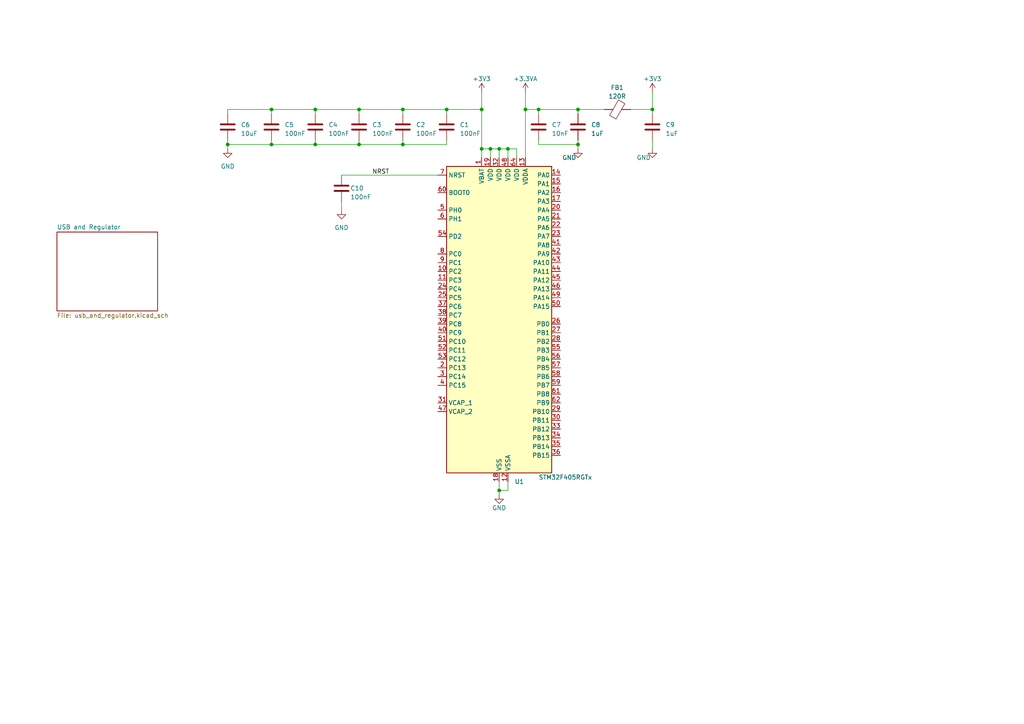
<source format=kicad_sch>
(kicad_sch (version 20230121) (generator eeschema)
  (paper "A4")
  (lib_symbols
    (symbol "Device:C" (pin_numbers hide) (pin_names (offset 0.254))
      (property "Reference" "C" (at 0.635 2.54 0))
      (property "Value" "C" (at 0.635 -2.54 0))
      (symbol "C_0_1"
        (polyline (pts (xy -2.032 -0.762) (xy 2.032 -0.762)) (stroke (width 0.508)))
        (polyline (pts (xy -2.032 0.762) (xy 2.032 0.762)) (stroke (width 0.508)))
      )
      (symbol "C_1_1"
        (pin passive line (at 0 3.81 270) (length 2.794) (name "~") (number "1"))
        (pin passive line (at 0 -3.81 90) (length 2.794) (name "~") (number "2"))
      )
    )
    (symbol "Device:FerriteBead" (pin_numbers hide) (pin_names (offset 0))
      (property "Reference" "FB" (at -3.81 0.635 90))
      (property "Value" "FerriteBead" (at 3.81 0 90))
      (symbol "FerriteBead_0_1"
        (polyline (pts (xy 0 -1.27) (xy 0 -1.2192)))
        (polyline (pts (xy 0 1.27) (xy 0 1.2954)))
        (polyline (pts (xy -2.7686 0.4064) (xy -1.7018 2.2606) (xy 2.7686 -0.3048) (xy 1.6764 -2.159) (xy -2.7686 0.4064)))
      )
      (symbol "FerriteBead_1_1"
        (pin passive line (at 0 3.81 270) (length 2.54) (name "~") (number "1"))
        (pin passive line (at 0 -3.81 90) (length 2.54) (name "~") (number "2"))
      )
    )
    (symbol "MCU_ST_STM32F4:STM32F405RGTx"
      (property "Reference" "U" (at -15.24 46.99 0))
      (property "Value" "STM32F405RGTx" (at 10.16 46.99 0))
      (symbol "STM32F405RGTx_0_1"
        (rectangle (start -15.24 -43.18) (end 15.24 45.72) (stroke (width 0.254)) (fill (type background)))
      )
      (symbol "STM32F405RGTx_1_1"
        (pin power_in line (at -5.08 48.26 270) (length 2.54) (name "VBAT") (number "1"))
        (pin bidirectional line (at -17.78 15.24 0) (length 2.54) (name "PC2") (number "10"))
        (pin bidirectional line (at -17.78 12.7 0) (length 2.54) (name "PC3") (number "11"))
        (pin power_in line (at 2.54 -45.72 90) (length 2.54) (name "VSSA") (number "12"))
        (pin power_in line (at 7.62 48.26 270) (length 2.54) (name "VDDA") (number "13"))
        (pin bidirectional line (at 17.78 43.18 180) (length 2.54) (name "PA0") (number "14"))
        (pin bidirectional line (at 17.78 40.64 180) (length 2.54) (name "PA1") (number "15"))
        (pin bidirectional line (at 17.78 38.1 180) (length 2.54) (name "PA2") (number "16"))
        (pin bidirectional line (at 17.78 35.56 180) (length 2.54) (name "PA3") (number "17"))
        (pin power_in line (at 0 -45.72 90) (length 2.54) (name "VSS") (number "18"))
        (pin power_in line (at -2.54 48.26 270) (length 2.54) (name "VDD") (number "19"))
        (pin bidirectional line (at -17.78 -12.7 0) (length 2.54) (name "PC13") (number "2"))
        (pin bidirectional line (at 17.78 33.02 180) (length 2.54) (name "PA4") (number "20"))
        (pin bidirectional line (at 17.78 30.48 180) (length 2.54) (name "PA5") (number "21"))
        (pin bidirectional line (at 17.78 27.94 180) (length 2.54) (name "PA6") (number "22"))
        (pin bidirectional line (at 17.78 25.4 180) (length 2.54) (name "PA7") (number "23"))
        (pin bidirectional line (at -17.78 10.16 0) (length 2.54) (name "PC4") (number "24"))
        (pin bidirectional line (at -17.78 7.62 0) (length 2.54) (name "PC5") (number "25"))
        (pin bidirectional line (at 17.78 0 180) (length 2.54) (name "PB0") (number "26"))
        (pin bidirectional line (at 17.78 -2.54 180) (length 2.54) (name "PB1") (number "27"))
        (pin bidirectional line (at 17.78 -5.08 180) (length 2.54) (name "PB2") (number "28"))
        (pin bidirectional line (at 17.78 -25.4 180) (length 2.54) (name "PB10") (number "29"))
        (pin bidirectional line (at -17.78 -15.24 0) (length 2.54) (name "PC14") (number "3"))
        (pin bidirectional line (at 17.78 -27.94 180) (length 2.54) (name "PB11") (number "30"))
        (pin power_out line (at -17.78 -22.86 0) (length 2.54) (name "VCAP_1") (number "31"))
        (pin power_in line (at 0 48.26 270) (length 2.54) (name "VDD") (number "32"))
        (pin bidirectional line (at 17.78 -30.48 180) (length 2.54) (name "PB12") (number "33"))
        (pin bidirectional line (at 17.78 -33.02 180) (length 2.54) (name "PB13") (number "34"))
        (pin bidirectional line (at 17.78 -35.56 180) (length 2.54) (name "PB14") (number "35"))
        (pin bidirectional line (at 17.78 -38.1 180) (length 2.54) (name "PB15") (number "36"))
        (pin bidirectional line (at -17.78 5.08 0) (length 2.54) (name "PC6") (number "37"))
        (pin bidirectional line (at -17.78 2.54 0) (length 2.54) (name "PC7") (number "38"))
        (pin bidirectional line (at -17.78 0 0) (length 2.54) (name "PC8") (number "39"))
        (pin bidirectional line (at -17.78 -17.78 0) (length 2.54) (name "PC15") (number "4"))
        (pin bidirectional line (at -17.78 -2.54 0) (length 2.54) (name "PC9") (number "40"))
        (pin bidirectional line (at 17.78 22.86 180) (length 2.54) (name "PA8") (number "41"))
        (pin bidirectional line (at 17.78 20.32 180) (length 2.54) (name "PA9") (number "42"))
        (pin bidirectional line (at 17.78 17.78 180) (length 2.54) (name "PA10") (number "43"))
        (pin bidirectional line (at 17.78 15.24 180) (length 2.54) (name "PA11") (number "44"))
        (pin bidirectional line (at 17.78 12.7 180) (length 2.54) (name "PA12") (number "45"))
        (pin bidirectional line (at 17.78 10.16 180) (length 2.54) (name "PA13") (number "46"))
        (pin power_out line (at -17.78 -25.4 0) (length 2.54) (name "VCAP_2") (number "47"))
        (pin power_in line (at 2.54 48.26 270) (length 2.54) (name "VDD") (number "48"))
        (pin bidirectional line (at 17.78 7.62 180) (length 2.54) (name "PA14") (number "49"))
        (pin bidirectional line (at -17.78 33.02 0) (length 2.54) (name "PH0") (number "5"))
        (pin bidirectional line (at 17.78 5.08 180) (length 2.54) (name "PA15") (number "50"))
        (pin bidirectional line (at -17.78 -5.08 0) (length 2.54) (name "PC10") (number "51"))
        (pin bidirectional line (at -17.78 -7.62 0) (length 2.54) (name "PC11") (number "52"))
        (pin bidirectional line (at -17.78 -10.16 0) (length 2.54) (name "PC12") (number "53"))
        (pin bidirectional line (at -17.78 25.4 0) (length 2.54) (name "PD2") (number "54"))
        (pin bidirectional line (at 17.78 -7.62 180) (length 2.54) (name "PB3") (number "55"))
        (pin bidirectional line (at 17.78 -10.16 180) (length 2.54) (name "PB4") (number "56"))
        (pin bidirectional line (at 17.78 -12.7 180) (length 2.54) (name "PB5") (number "57"))
        (pin bidirectional line (at 17.78 -15.24 180) (length 2.54) (name "PB6") (number "58"))
        (pin bidirectional line (at 17.78 -17.78 180) (length 2.54) (name "PB7") (number "59"))
        (pin bidirectional line (at -17.78 30.48 0) (length 2.54) (name "PH1") (number "6"))
        (pin input line (at -17.78 38.1 0) (length 2.54) (name "BOOT0") (number "60"))
        (pin bidirectional line (at 17.78 -20.32 180) (length 2.54) (name "PB8") (number "61"))
        (pin bidirectional line (at 17.78 -22.86 180) (length 2.54) (name "PB9") (number "62"))
        (pin passive line (at 0 -45.72 90) (length 2.54) hide (name "VSS") (number "63"))
        (pin power_in line (at 5.08 48.26 270) (length 2.54) (name "VDD") (number "64"))
        (pin input line (at -17.78 43.18 0) (length 2.54) (name "NRST") (number "7"))
        (pin bidirectional line (at -17.78 20.32 0) (length 2.54) (name "PC0") (number "8"))
        (pin bidirectional line (at -17.78 17.78 0) (length 2.54) (name "PC1") (number "9"))
      )
    )
    (symbol "power:+3.3VA" (power) (pin_names (offset 0))
      (property "Value" "+3.3VA" (at 0 3.556 0))
      (symbol "+3.3VA_0_1"
        (polyline (pts (xy -0.762 1.27) (xy 0 2.54)))
        (polyline (pts (xy 0 0) (xy 0 2.54)))
        (polyline (pts (xy 0 2.54) (xy 0.762 1.27)))
      )
      (symbol "+3.3VA_1_1"
        (pin power_in line (at 0 0 90) (length 0) hide (name "+3.3VA") (number "1"))
      )
    )
    (symbol "power:+3V3" (power) (pin_names (offset 0))
      (property "Value" "+3V3" (at 0 3.556 0))
      (symbol "+3V3_0_1"
        (polyline (pts (xy -0.762 1.27) (xy 0 2.54)))
        (polyline (pts (xy 0 0) (xy 0 2.54)))
        (polyline (pts (xy 0 2.54) (xy 0.762 1.27)))
      )
      (symbol "+3V3_1_1"
        (pin power_in line (at 0 0 90) (length 0) hide (name "+3V3") (number "1"))
      )
    )
    (symbol "power:GND" (power) (pin_names (offset 0))
      (property "Value" "GND" (at 0 -3.81 0))
      (symbol "GND_0_1"
        (polyline (pts (xy 0 0) (xy 0 -1.27) (xy 1.27 -1.27) (xy 0 -2.54) (xy -1.27 -1.27) (xy 0 -1.27)))
      )
      (symbol "GND_1_1"
        (pin power_in line (at 0 0 270) (length 0) hide (name "GND") (number "1"))
      )
    )
  )
  (junction (at 189.23 31.75))
  (junction (at 156.21 31.75))
  (junction (at 66.04 41.91))
  (junction (at 78.74 31.75))
  (junction (at 167.64 31.75))
  (junction (at 167.64 41.91))
  (junction (at 144.78 142.24))
  (junction (at 116.84 41.91))
  (junction (at 78.74 41.91))
  (junction (at 104.14 31.75))
  (junction (at 139.7 43.18))
  (junction (at 129.54 31.75))
  (junction (at 116.84 31.75))
  (junction (at 104.14 41.91))
  (junction (at 142.24 43.18))
  (junction (at 139.7 31.75))
  (junction (at 91.44 41.91))
  (junction (at 91.44 31.75))
  (junction (at 147.32 43.18))
  (junction (at 152.4 31.75))
  (junction (at 144.78 43.18))
  (wire (pts (xy 78.74 41.91) (xy 66.04 41.91)))
  (wire (pts (xy 66.04 41.91) (xy 66.04 43.18)))
  (wire (pts (xy 99.06 58.42) (xy 99.06 60.96)))
  (wire (pts (xy 91.44 31.75) (xy 91.44 33.02)))
  (wire (pts (xy 104.14 41.91) (xy 104.14 40.64)))
  (wire (pts (xy 167.64 41.91) (xy 167.64 43.18)))
  (wire (pts (xy 116.84 31.75) (xy 116.84 33.02)))
  (wire (pts (xy 78.74 31.75) (xy 78.74 33.02)))
  (wire (pts (xy 78.74 31.75) (xy 91.44 31.75)))
  (wire (pts (xy 129.54 31.75) (xy 129.54 33.02)))
  (wire (pts (xy 167.64 31.75) (xy 175.26 31.75)))
  (wire (pts (xy 156.21 41.91) (xy 167.64 41.91)))
  (wire (pts (xy 139.7 31.75) (xy 139.7 43.18)))
  (wire (pts (xy 104.14 31.75) (xy 104.14 33.02)))
  (wire (pts (xy 66.04 33.02) (xy 66.04 31.75)))
  (wire (pts (xy 129.54 31.75) (xy 139.7 31.75)))
  (wire (pts (xy 144.78 139.7) (xy 144.78 142.24)))
  (wire (pts (xy 142.24 43.18) (xy 144.78 43.18)))
  (wire (pts (xy 152.4 26.67) (xy 152.4 31.75)))
  (wire (pts (xy 139.7 26.67) (xy 139.7 31.75)))
  (wire (pts (xy 66.04 40.64) (xy 66.04 41.91)))
  (wire (pts (xy 116.84 41.91) (xy 116.84 40.64)))
  (wire (pts (xy 156.21 31.75) (xy 156.21 33.02)))
  (wire (pts (xy 116.84 31.75) (xy 129.54 31.75)))
  (wire (pts (xy 147.32 142.24) (xy 144.78 142.24)))
  (wire (pts (xy 189.23 31.75) (xy 189.23 33.02)))
  (wire (pts (xy 116.84 41.91) (xy 129.54 41.91)))
  (wire (pts (xy 91.44 41.91) (xy 104.14 41.91)))
  (wire (pts (xy 104.14 31.75) (xy 116.84 31.75)))
  (wire (pts (xy 139.7 43.18) (xy 142.24 43.18)))
  (wire (pts (xy 182.88 31.75) (xy 189.23 31.75)))
  (wire (pts (xy 149.86 43.18) (xy 149.86 45.72)))
  (wire (pts (xy 144.78 43.18) (xy 147.32 43.18)))
  (wire (pts (xy 78.74 41.91) (xy 91.44 41.91)))
  (wire (pts (xy 156.21 40.64) (xy 156.21 41.91)))
  (wire (pts (xy 156.21 31.75) (xy 167.64 31.75)))
  (wire (pts (xy 91.44 41.91) (xy 91.44 40.64)))
  (wire (pts (xy 167.64 31.75) (xy 167.64 33.02)))
  (wire (pts (xy 142.24 43.18) (xy 142.24 45.72)))
  (wire (pts (xy 129.54 41.91) (xy 129.54 40.64)))
  (wire (pts (xy 104.14 41.91) (xy 116.84 41.91)))
  (wire (pts (xy 147.32 139.7) (xy 147.32 142.24)))
  (wire (pts (xy 152.4 31.75) (xy 156.21 31.75)))
  (wire (pts (xy 144.78 43.18) (xy 144.78 45.72)))
  (wire (pts (xy 147.32 43.18) (xy 149.86 43.18)))
  (wire (pts (xy 78.74 40.64) (xy 78.74 41.91)))
  (wire (pts (xy 167.64 40.64) (xy 167.64 41.91)))
  (wire (pts (xy 147.32 43.18) (xy 147.32 45.72)))
  (wire (pts (xy 99.06 50.8) (xy 127 50.8)))
  (wire (pts (xy 152.4 31.75) (xy 152.4 45.72)))
  (wire (pts (xy 189.23 26.67) (xy 189.23 31.75)))
  (wire (pts (xy 139.7 43.18) (xy 139.7 45.72)))
  (wire (pts (xy 91.44 31.75) (xy 104.14 31.75)))
  (wire (pts (xy 189.23 40.64) (xy 189.23 43.18)))
  (wire (pts (xy 66.04 31.75) (xy 78.74 31.75)))
  (wire (pts (xy 144.78 142.24) (xy 144.78 143.51)))
  (label "NRST" (at 107.95 50.8 0))
  (symbol (lib_id "power:+3.3VA") (at 152.4 26.67 0) (unit 1)
    (property "Reference" "#PWR04" (effects hide))
    (property "Value" "+3.3VA" (at 152.4 22.86 0))
  )
  (symbol (lib_id "Device:C") (at 156.21 36.83 0) (unit 1)
    (property "Reference" "C7" (at 160.02 36.195 0) (effects (justify left)))
    (property "Value" "10nF" (at 160.02 38.735 0) (effects (justify left)))
  )
  (symbol (lib_id "Device:C") (at 167.64 36.83 0) (unit 1)
    (property "Reference" "C8" (at 171.45 36.195 0) (effects (justify left)))
    (property "Value" "1uF" (at 171.45 38.735 0) (effects (justify left)))
  )
  (symbol (lib_id "Device:FerriteBead") (at 179.07 31.75 90) (unit 1)
    (property "Reference" "FB1" (at 179.0192 25.4 90))
    (property "Value" "120R" (at 179.0192 27.94 90))
  )
  (symbol (lib_id "Device:C") (at 78.74 36.83 0) (unit 1)
    (property "Reference" "C5" (at 82.55 36.195 0) (effects (justify left)))
    (property "Value" "100nF" (at 82.55 38.735 0) (effects (justify left)))
  )
  (symbol (lib_id "power:GND") (at 144.78 143.51 0) (unit 1)
    (property "Reference" "#PWR02" (effects hide))
    (property "Value" "GND" (at 144.78 147.32 0))
  )
  (symbol (lib_id "power:GND") (at 167.64 43.18 0) (unit 1)
    (property "Reference" "#PWR05" (effects hide))
    (property "Value" "GND" (at 165.1 45.72 0))
  )
  (symbol (lib_id "power:GND") (at 99.06 60.96 0) (unit 1)
    (property "Reference" "#PWR08" (effects hide))
    (property "Value" "GND" (at 99.06 66.04 0))
  )
  (symbol (lib_id "power:+3V3") (at 139.7 26.67 0) (unit 1)
    (property "Reference" "#PWR01" (effects hide))
    (property "Value" "+3V3" (at 139.7 22.86 0))
  )
  (symbol (lib_id "power:GND") (at 66.04 43.18 0) (unit 1)
    (property "Reference" "#PWR03" (effects hide))
    (property "Value" "GND" (at 66.04 48.26 0))
  )
  (symbol (lib_id "Device:C") (at 116.84 36.83 0) (unit 1)
    (property "Reference" "C2" (at 120.65 36.195 0) (effects (justify left)))
    (property "Value" "100nF" (at 120.65 38.735 0) (effects (justify left)))
  )
  (symbol (lib_id "Device:C") (at 99.06 54.61 0) (unit 1)
    (property "Reference" "C10" (at 101.6 54.61 0) (effects (justify left)))
    (property "Value" "100nF" (at 101.6 57.15 0) (effects (justify left)))
  )
  (symbol (lib_id "Device:C") (at 91.44 36.83 0) (unit 1)
    (property "Reference" "C4" (at 95.25 36.195 0) (effects (justify left)))
    (property "Value" "100nF" (at 95.25 38.735 0) (effects (justify left)))
  )
  (symbol (lib_id "power:+3V3") (at 189.23 26.67 0) (unit 1)
    (property "Reference" "#PWR06" (effects hide))
    (property "Value" "+3V3" (at 189.23 22.86 0))
  )
  (symbol (lib_id "MCU_ST_STM32F4:STM32F405RGTx") (at 144.78 93.98 0) (unit 1)
    (property "Reference" "U1" (at 149.2759 139.7 0) (effects (justify left)))
    (property "Value" "STM32F405RGTx" (at 156.21 138.43 0) (effects (justify left)))
    (property "Footprint" "Package_QFP:LQFP-64_10x10mm_P0.5mm" (effects hide))
    (property "Datasheet" "https://www.st.com/resource/en/datasheet/stm32f405rg.pdf" (effects hide))
  )
  (symbol (lib_id "Device:C") (at 66.04 36.83 0) (unit 1)
    (property "Reference" "C6" (at 69.85 36.195 0) (effects (justify left)))
    (property "Value" "10uF" (at 69.85 38.735 0) (effects (justify left)))
  )
  (symbol (lib_id "Device:C") (at 129.54 36.83 0) (unit 1)
    (property "Reference" "C1" (at 133.35 36.195 0) (effects (justify left)))
    (property "Value" "100nF" (at 133.35 38.735 0) (effects (justify left)))
  )
  (symbol (lib_id "Device:C") (at 104.14 36.83 0) (unit 1)
    (property "Reference" "C3" (at 107.95 36.195 0) (effects (justify left)))
    (property "Value" "100nF" (at 107.95 38.735 0) (effects (justify left)))
  )
  (symbol (lib_id "Device:C") (at 189.23 36.83 0) (unit 1)
    (property "Reference" "C9" (at 193.04 36.195 0) (effects (justify left)))
    (property "Value" "1uF" (at 193.04 38.735 0) (effects (justify left)))
  )
  (symbol (lib_id "power:GND") (at 189.23 43.18 0) (unit 1)
    (property "Reference" "#PWR07" (effects hide))
    (property "Value" "GND" (at 186.69 45.72 0))
  )
  (sheet (at 16.51 67.31) (size 29.21 22.86) (stroke (width 0.1524))
    (property "Sheetname" "USB and Regulator" (at 16.51 66.5984 0) (effects (justify left bottom)))
    (property "Sheetfile" "usb_and_regulator.kicad_sch" (at 16.51 90.7546 0) (effects (justify left top)))
  )
)
</source>
